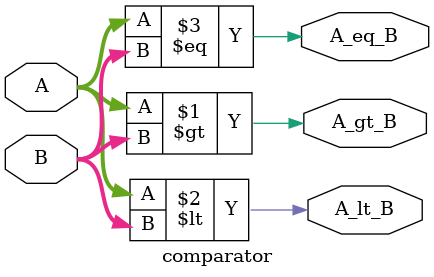
<source format=v>
module comparator #(parameter N = 4)
(
    input  [N-1:0] A,
    input  [N-1:0] B,
    output A_gt_B,
    output A_lt_B,
    output A_eq_B
);

assign A_gt_B = (A > B);
assign A_lt_B = (A < B);
assign A_eq_B = (A == B);

endmodule

</source>
